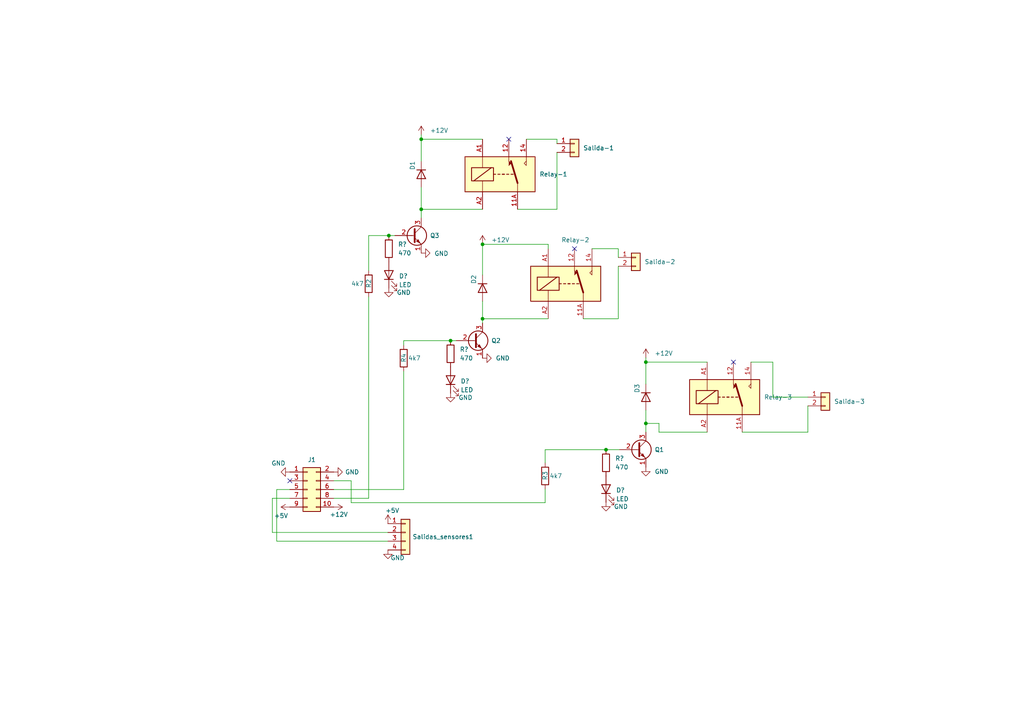
<source format=kicad_sch>
(kicad_sch (version 20211123) (generator eeschema)
  (paper "A4")
  (lib_symbols
    (symbol "Connector_Generic:Conn_01x02" (pin_names (offset 1.016) hide)
      (property "Reference" "J" (at 0 2.54 0))
      (property "Value" "Conn_01x02" (at 0 -5.08 0))
      (symbol "Conn_01x02_1_1"
        (rectangle (start -1.27 -2.413) (end 0 -2.667) (stroke (width 0.1524)))
        (rectangle (start -1.27 0.127) (end 0 -0.127) (stroke (width 0.1524)))
        (rectangle (start -1.27 1.27) (end 1.27 -3.81) (stroke (width 0.254)) (fill (type background)))
        (pin passive line (at -5.08 0 0) (length 3.81) (name "Pin_1") (number "1"))
        (pin passive line (at -5.08 -2.54 0) (length 3.81) (name "Pin_2") (number "2"))
      )
    )
    (symbol "Connector_Generic:Conn_01x04" (pin_names (offset 1.016) hide)
      (property "Reference" "J" (at 0 5.08 0))
      (property "Value" "Conn_01x04" (at 0 -7.62 0))
      (symbol "Conn_01x04_1_1"
        (rectangle (start -1.27 -4.953) (end 0 -5.207) (stroke (width 0.1524)))
        (rectangle (start -1.27 -2.413) (end 0 -2.667) (stroke (width 0.1524)))
        (rectangle (start -1.27 0.127) (end 0 -0.127) (stroke (width 0.1524)))
        (rectangle (start -1.27 2.667) (end 0 2.413) (stroke (width 0.1524)))
        (rectangle (start -1.27 3.81) (end 1.27 -6.35) (stroke (width 0.254)) (fill (type background)))
        (pin passive line (at -5.08 2.54 0) (length 3.81) (name "Pin_1") (number "1"))
        (pin passive line (at -5.08 0 0) (length 3.81) (name "Pin_2") (number "2"))
        (pin passive line (at -5.08 -2.54 0) (length 3.81) (name "Pin_3") (number "3"))
        (pin passive line (at -5.08 -5.08 0) (length 3.81) (name "Pin_4") (number "4"))
      )
    )
    (symbol "Connector_Generic:Conn_02x05_Odd_Even" (pin_names (offset 1.016) hide)
      (property "Reference" "J" (at 1.27 7.62 0))
      (property "Value" "Conn_02x05_Odd_Even" (at 1.27 -7.62 0))
      (symbol "Conn_02x05_Odd_Even_1_1"
        (rectangle (start -1.27 -4.953) (end 0 -5.207) (stroke (width 0.1524)))
        (rectangle (start -1.27 -2.413) (end 0 -2.667) (stroke (width 0.1524)))
        (rectangle (start -1.27 0.127) (end 0 -0.127) (stroke (width 0.1524)))
        (rectangle (start -1.27 2.667) (end 0 2.413) (stroke (width 0.1524)))
        (rectangle (start -1.27 5.207) (end 0 4.953) (stroke (width 0.1524)))
        (rectangle (start -1.27 6.35) (end 3.81 -6.35) (stroke (width 0.254)) (fill (type background)))
        (rectangle (start 3.81 -4.953) (end 2.54 -5.207) (stroke (width 0.1524)))
        (rectangle (start 3.81 -2.413) (end 2.54 -2.667) (stroke (width 0.1524)))
        (rectangle (start 3.81 0.127) (end 2.54 -0.127) (stroke (width 0.1524)))
        (rectangle (start 3.81 2.667) (end 2.54 2.413) (stroke (width 0.1524)))
        (rectangle (start 3.81 5.207) (end 2.54 4.953) (stroke (width 0.1524)))
        (pin passive line (at -5.08 5.08 0) (length 3.81) (name "Pin_1") (number "1"))
        (pin passive line (at 7.62 -5.08 180) (length 3.81) (name "Pin_10") (number "10"))
        (pin passive line (at 7.62 5.08 180) (length 3.81) (name "Pin_2") (number "2"))
        (pin passive line (at -5.08 2.54 0) (length 3.81) (name "Pin_3") (number "3"))
        (pin passive line (at 7.62 2.54 180) (length 3.81) (name "Pin_4") (number "4"))
        (pin passive line (at -5.08 0 0) (length 3.81) (name "Pin_5") (number "5"))
        (pin passive line (at 7.62 0 180) (length 3.81) (name "Pin_6") (number "6"))
        (pin passive line (at -5.08 -2.54 0) (length 3.81) (name "Pin_7") (number "7"))
        (pin passive line (at 7.62 -2.54 180) (length 3.81) (name "Pin_8") (number "8"))
        (pin passive line (at -5.08 -5.08 0) (length 3.81) (name "Pin_9") (number "9"))
      )
    )
    (symbol "Device:LED" (pin_numbers hide) (pin_names (offset 1.016) hide)
      (property "Reference" "D" (at 0 2.54 0))
      (property "Value" "LED" (at 0 -2.54 0))
      (symbol "LED_0_1"
        (polyline (pts (xy -1.27 -1.27) (xy -1.27 1.27)) (stroke (width 0.254)))
        (polyline (pts (xy -1.27 0) (xy 1.27 0)))
        (polyline (pts (xy 1.27 -1.27) (xy 1.27 1.27) (xy -1.27 0) (xy 1.27 -1.27)) (stroke (width 0.254)))
        (polyline (pts (xy -3.048 -0.762) (xy -4.572 -2.286) (xy -3.81 -2.286) (xy -4.572 -2.286) (xy -4.572 -1.524)))
        (polyline (pts (xy -1.778 -0.762) (xy -3.302 -2.286) (xy -2.54 -2.286) (xy -3.302 -2.286) (xy -3.302 -1.524)))
      )
      (symbol "LED_1_1"
        (pin passive line (at -3.81 0 0) (length 2.54) (name "K") (number "1"))
        (pin passive line (at 3.81 0 180) (length 2.54) (name "A") (number "2"))
      )
    )
    (symbol "Device:R" (pin_numbers hide) (pin_names (offset 0))
      (property "Reference" "R" (at 2.032 0 90))
      (property "Value" "R" (at 0 0 90))
      (symbol "R_0_1"
        (rectangle (start -1.016 -2.54) (end 1.016 2.54) (stroke (width 0.254)))
      )
      (symbol "R_1_1"
        (pin passive line (at 0 3.81 270) (length 1.27) (name "~") (number "1"))
        (pin passive line (at 0 -3.81 90) (length 1.27) (name "~") (number "2"))
      )
    )
    (symbol "Diode:1N4007" (pin_numbers hide) (pin_names (offset 1.016) hide)
      (property "Reference" "D" (at 0 2.54 0))
      (property "Value" "1N4007" (at 0 -2.54 0))
      (symbol "1N4007_0_1"
        (polyline (pts (xy -1.27 1.27) (xy -1.27 -1.27)) (stroke (width 0.254)))
        (polyline (pts (xy 1.27 0) (xy -1.27 0)))
        (polyline (pts (xy 1.27 1.27) (xy 1.27 -1.27) (xy -1.27 0) (xy 1.27 1.27)) (stroke (width 0.254)))
      )
      (symbol "1N4007_1_1"
        (pin passive line (at -3.81 0 0) (length 2.54) (name "K") (number "1"))
        (pin passive line (at 3.81 0 180) (length 2.54) (name "A") (number "2"))
      )
    )
    (symbol "Relay:RAYEX-L90"
      (property "Reference" "K" (at 11.43 3.81 0))
      (property "Value" "RAYEX-L90" (at 11.43 1.27 0))
      (symbol "RAYEX-L90_1_0"
        (polyline (pts (xy 2.54 3.81) (xy 2.54 5.08)))
        (polyline (pts (xy 7.62 3.81) (xy 7.62 5.08)))
        (polyline (pts (xy 7.62 3.81) (xy 7.62 2.54) (xy 6.985 3.175) (xy 7.62 3.81)))
      )
      (symbol "RAYEX-L90_1_1"
        (rectangle (start -10.16 5.08) (end 10.16 -5.08) (stroke (width 0.254)) (fill (type background)))
        (rectangle (start -8.255 1.905) (end -1.905 -1.905) (stroke (width 0.254)))
        (polyline (pts (xy -7.62 -1.905) (xy -2.54 1.905)) (stroke (width 0.254)))
        (polyline (pts (xy -5.08 -5.08) (xy -5.08 -1.905)))
        (polyline (pts (xy -5.08 5.08) (xy -5.08 1.905)))
        (polyline (pts (xy -1.905 0) (xy -1.27 0)) (stroke (width 0.254)))
        (polyline (pts (xy -0.635 0) (xy 0 0)) (stroke (width 0.254)))
        (polyline (pts (xy 0.635 0) (xy 1.27 0)) (stroke (width 0.254)))
        (polyline (pts (xy 0.635 0) (xy 1.27 0)) (stroke (width 0.254)))
        (polyline (pts (xy 1.905 0) (xy 2.54 0)) (stroke (width 0.254)))
        (polyline (pts (xy 3.175 0) (xy 3.81 0)) (stroke (width 0.254)))
        (polyline (pts (xy 5.08 -2.54) (xy 3.175 3.81)) (stroke (width 0.508)))
        (polyline (pts (xy 5.08 -2.54) (xy 5.08 -5.08)))
        (polyline (pts (xy 2.54 2.54) (xy 3.175 3.175) (xy 2.54 3.81)) (fill (type outline)))
        (pin passive line (at 5.08 -10.16 90) (length 5.08) (name "~") (number "11A"))
        (pin passive line (at 5.08 -10.16 90) (length 5.08) hide (name "~") (number "11B"))
        (pin passive line (at 2.54 10.16 270) (length 5.08) (name "~") (number "12"))
        (pin passive line (at 7.62 10.16 270) (length 5.08) (name "~") (number "14"))
        (pin passive line (at -5.08 10.16 270) (length 5.08) (name "~") (number "A1"))
        (pin passive line (at -5.08 -10.16 90) (length 5.08) (name "~") (number "A2"))
      )
    )
    (symbol "Transistor_BJT:PN2222A" (pin_names (offset 0) hide)
      (property "Reference" "Q" (at 5.08 1.905 0))
      (property "Value" "PN2222A" (at 5.08 0 0))
      (symbol "PN2222A_0_1"
        (polyline (pts (xy 0 0) (xy 0.635 0)))
        (polyline (pts (xy 2.54 -2.54) (xy 0.635 -0.635)))
        (polyline (pts (xy 2.54 2.54) (xy 0.635 0.635)))
        (polyline (pts (xy 0.635 1.905) (xy 0.635 -1.905) (xy 0.635 -1.905)) (stroke (width 0.508)))
        (polyline (pts (xy 2.413 -2.413) (xy 1.905 -1.905) (xy 1.905 -1.905)))
        (polyline (pts (xy 1.143 -1.651) (xy 1.651 -1.143) (xy 2.159 -2.159) (xy 1.143 -1.651) (xy 1.143 -1.651)) (fill (type outline)))
        (circle (center 1.27 0) (radius 2.8194) (stroke (width 0.254)))
      )
      (symbol "PN2222A_1_1"
        (pin passive line (at 2.54 -5.08 90) (length 2.54) (name "E") (number "1"))
        (pin input line (at -5.08 0 0) (length 5.08) (name "B") (number "2"))
        (pin passive line (at 2.54 5.08 270) (length 2.54) (name "C") (number "3"))
      )
    )
    (symbol "power:+12V" (power) (pin_names (offset 0))
      (property "Value" "+12V" (at 0 3.556 0))
      (symbol "+12V_0_1"
        (polyline (pts (xy -0.762 1.27) (xy 0 2.54)))
        (polyline (pts (xy 0 0) (xy 0 2.54)))
        (polyline (pts (xy 0 2.54) (xy 0.762 1.27)))
      )
      (symbol "+12V_1_1"
        (pin power_in line (at 0 0 90) (length 0) hide (name "+12V") (number "1"))
      )
    )
    (symbol "power:+5V" (power) (pin_names (offset 0))
      (property "Value" "+5V" (at 0 3.556 0))
      (symbol "+5V_0_1"
        (polyline (pts (xy -0.762 1.27) (xy 0 2.54)))
        (polyline (pts (xy 0 0) (xy 0 2.54)))
        (polyline (pts (xy 0 2.54) (xy 0.762 1.27)))
      )
      (symbol "+5V_1_1"
        (pin power_in line (at 0 0 90) (length 0) hide (name "+5V") (number "1"))
      )
    )
    (symbol "power:GND" (power) (pin_names (offset 0))
      (property "Value" "GND" (at 0 -3.81 0))
      (symbol "GND_0_1"
        (polyline (pts (xy 0 0) (xy 0 -1.27) (xy 1.27 -1.27) (xy 0 -2.54) (xy -1.27 -1.27) (xy 0 -1.27)))
      )
      (symbol "GND_1_1"
        (pin power_in line (at 0 0 270) (length 0) hide (name "GND") (number "1"))
      )
    )
  )
  (junction (at 112.776 68.326))
  (junction (at 122.174 60.706))
  (junction (at 175.768 130.429))
  (junction (at 187.325 105.029))
  (junction (at 139.954 70.866))
  (junction (at 187.325 122.809))
  (junction (at 122.174 40.386))
  (junction (at 139.954 92.456))
  (junction (at 130.683 98.806))
  (no_connect (at 84.074 139.446))
  (no_connect (at 147.574 40.386))
  (no_connect (at 166.624 72.136))
  (no_connect (at 212.725 105.029))
  (wire (pts (xy 122.174 40.386) (xy 122.174 39.116)))
  (wire (pts (xy 139.954 70.866) (xy 159.004 70.866)))
  (wire (pts (xy 152.654 40.386) (xy 161.544 40.386)))
  (wire (pts (xy 217.805 105.029) (xy 224.155 105.029)))
  (wire (pts (xy 139.954 87.376) (xy 139.954 92.456)))
  (wire (pts (xy 117.094 107.696) (xy 117.094 141.986)))
  (wire (pts (xy 106.934 86.106) (xy 106.934 144.526)))
  (wire (pts (xy 78.994 154.432) (xy 112.522 154.432)))
  (wire (pts (xy 187.325 122.809) (xy 187.325 125.349)))
  (wire (pts (xy 80.264 156.972) (xy 112.522 156.972)))
  (wire (pts (xy 187.325 105.029) (xy 187.325 111.379)))
  (wire (pts (xy 191.135 125.349) (xy 191.135 122.809)))
  (wire (pts (xy 171.704 72.136) (xy 179.324 72.136)))
  (wire (pts (xy 139.954 70.866) (xy 139.954 79.756)))
  (wire (pts (xy 122.174 54.356) (xy 122.174 60.706)))
  (wire (pts (xy 139.954 92.456) (xy 139.954 93.726)))
  (wire (pts (xy 139.954 92.456) (xy 159.004 92.456)))
  (wire (pts (xy 175.768 130.429) (xy 179.705 130.429)))
  (wire (pts (xy 80.264 141.986) (xy 84.074 141.986)))
  (wire (pts (xy 158.115 130.429) (xy 175.768 130.429)))
  (wire (pts (xy 106.934 68.326) (xy 106.934 78.486)))
  (wire (pts (xy 158.115 141.859) (xy 158.115 145.796)))
  (wire (pts (xy 150.114 60.706) (xy 161.544 60.706)))
  (wire (pts (xy 187.325 105.029) (xy 187.325 103.759)))
  (wire (pts (xy 191.135 122.809) (xy 187.325 122.809)))
  (wire (pts (xy 122.174 60.706) (xy 122.174 63.246)))
  (wire (pts (xy 117.094 98.806) (xy 130.683 98.806)))
  (wire (pts (xy 101.854 145.796) (xy 158.115 145.796)))
  (wire (pts (xy 191.135 125.349) (xy 205.105 125.349)))
  (wire (pts (xy 130.683 98.806) (xy 132.334 98.806)))
  (wire (pts (xy 96.774 139.446) (xy 101.854 139.446)))
  (wire (pts (xy 215.265 125.349) (xy 234.315 125.349)))
  (wire (pts (xy 117.094 141.986) (xy 96.774 141.986)))
  (wire (pts (xy 122.174 40.386) (xy 122.174 46.736)))
  (wire (pts (xy 122.174 60.706) (xy 139.954 60.706)))
  (wire (pts (xy 139.954 40.386) (xy 122.174 40.386)))
  (wire (pts (xy 187.325 105.029) (xy 205.105 105.029)))
  (wire (pts (xy 112.776 68.326) (xy 114.554 68.326)))
  (wire (pts (xy 80.264 141.986) (xy 80.264 156.972)))
  (wire (pts (xy 106.934 144.526) (xy 96.774 144.526)))
  (wire (pts (xy 117.094 98.806) (xy 117.094 100.076)))
  (wire (pts (xy 179.324 92.456) (xy 169.164 92.456)))
  (wire (pts (xy 161.544 40.386) (xy 161.544 41.656)))
  (wire (pts (xy 224.155 115.189) (xy 234.315 115.189)))
  (wire (pts (xy 106.934 68.326) (xy 112.776 68.326)))
  (wire (pts (xy 187.325 118.999) (xy 187.325 122.809)))
  (wire (pts (xy 161.544 60.706) (xy 161.544 44.196)))
  (wire (pts (xy 179.324 77.216) (xy 179.324 92.456)))
  (wire (pts (xy 159.004 70.866) (xy 159.004 72.136)))
  (wire (pts (xy 158.115 130.429) (xy 158.115 134.239)))
  (wire (pts (xy 224.155 105.029) (xy 224.155 115.189)))
  (wire (pts (xy 78.994 154.432) (xy 78.994 144.526)))
  (wire (pts (xy 78.994 144.526) (xy 84.074 144.526)))
  (wire (pts (xy 101.854 139.446) (xy 101.854 145.796)))
  (wire (pts (xy 179.324 72.136) (xy 179.324 74.676)))
  (wire (pts (xy 234.315 125.349) (xy 234.315 117.729)))
  (symbol (lib_id "Diode:1N4007") (at 122.174 50.546 270) (unit 1)
    (property "Reference" "D1" (at 119.634 48.006 0))
    (property "Value" "1N4007" (effects hide))
    (property "Footprint" "Diode_THT:D_DO-41_SOD81_P10.16mm_Horizontal" (effects hide))
    (property "Datasheet" "http://www.vishay.com/docs/88503/1n4001.pdf" (effects hide))
  )
  (symbol (lib_id "power:GND") (at 122.174 73.406 90) (unit 1)
    (property "Reference" "#PWR06" (effects hide))
    (property "Value" "GND" (at 125.984 73.5329 90) (effects (justify right)))
  )
  (symbol (lib_id "Relay:RAYEX-L90") (at 145.034 50.546 0) (unit 1)
    (property "Reference" "Relay-1" (at 156.464 50.5459 0) (effects (justify left)))
    (property "Value" "RAYEX-L90" (effects hide))
    (property "Footprint" "Relay_THT:Relay_SPDT_RAYEX-L90" (effects hide))
    (property "Datasheet" "https://a3.sofastcdn.com/attachment/7jioKBjnRiiSrjrjknRiwS77gwbf3zmp/L90-SERIES.pdf" (effects hide))
  )
  (symbol (lib_id "Connector_Generic:Conn_01x02") (at 239.395 115.189 0) (unit 1)
    (property "Reference" "Salida-3" (at 241.935 116.4589 0) (effects (justify left)))
    (property "Value" "Conn_01x02" (effects hide))
    (property "Footprint" "TerminalBlock:TerminalBlock_bornier-2_P5.08mm" (effects hide))
  )
  (symbol (lib_id "power:+5V") (at 84.074 147.066 90) (unit 1)
    (property "Reference" "#PWR0102" (effects hide))
    (property "Value" "+5V" (at 81.534 149.606 90))
  )
  (symbol (lib_id "Diode:1N4007") (at 187.325 115.189 270) (unit 1)
    (property "Reference" "D3" (at 184.785 112.649 0))
    (property "Value" "1N4007" (effects hide))
    (property "Footprint" "Diode_THT:D_DO-41_SOD81_P10.16mm_Horizontal" (effects hide))
    (property "Datasheet" "http://www.vishay.com/docs/88503/1n4001.pdf" (effects hide))
  )
  (symbol (lib_id "Connector_Generic:Conn_01x02") (at 166.624 41.656 0) (unit 1)
    (property "Reference" "Salida-1" (at 169.164 42.9259 0) (effects (justify left)))
    (property "Value" "Conn_01x02" (effects hide))
    (property "Footprint" "TerminalBlock:TerminalBlock_bornier-2_P5.08mm" (effects hide))
  )
  (symbol (lib_id "power:+12V") (at 139.954 70.866 0) (unit 1)
    (property "Reference" "#PWR010" (effects hide))
    (property "Value" "+12V" (at 142.494 69.5959 0) (effects (justify left)))
  )
  (symbol (lib_id "power:+12V") (at 122.174 39.116 0) (unit 1)
    (property "Reference" "#PWR09" (effects hide))
    (property "Value" "+12V" (at 124.714 37.8459 0) (effects (justify left)))
  )
  (symbol (lib_id "Connector_Generic:Conn_02x05_Odd_Even") (at 89.154 141.986 0) (unit 1)
    (property "Reference" "J1" (at 90.424 133.35 0))
    (property "Value" "Conn_02x05_Odd_Even" (effects hide))
    (property "Footprint" "Connector_IDC:IDC-Header_2x05_P2.54mm_Vertical" (effects hide))
  )
  (symbol (lib_id "Device:R") (at 158.115 138.049 0) (unit 1)
    (property "Reference" "R3" (at 158.115 139.319 90) (effects (justify left)))
    (property "Value" "4k7" (at 159.385 138.049 0) (effects (justify left)))
    (property "Footprint" "Resistor_THT:R_Axial_DIN0204_L3.6mm_D1.6mm_P7.62mm_Horizontal" (effects hide))
  )
  (symbol (lib_id "Device:R") (at 112.776 72.136 0) (unit 1)
    (property "Reference" "R?" (at 115.443 70.8659 0) (effects (justify left)))
    (property "Value" "470" (at 115.443 73.4059 0) (effects (justify left)))
    (property "Footprint" "Resistor_THT:R_Axial_DIN0204_L3.6mm_D1.6mm_P5.08mm_Horizontal" (effects hide))
  )
  (symbol (lib_id "power:GND") (at 84.074 136.906 270) (unit 1)
    (property "Reference" "#PWR0107" (effects hide))
    (property "Value" "GND" (at 82.804 134.366 90) (effects (justify right)))
  )
  (symbol (lib_id "Connector_Generic:Conn_01x02") (at 184.404 74.676 0) (unit 1)
    (property "Reference" "Salida-2" (at 186.944 75.9459 0) (effects (justify left)))
    (property "Value" "Conn_01x02" (effects hide))
    (property "Footprint" "TerminalBlock:TerminalBlock_bornier-2_P5.08mm" (effects hide))
  )
  (symbol (lib_id "power:GND") (at 175.768 145.669 0) (unit 1)
    (property "Reference" "#PWR?" (effects hide))
    (property "Value" "GND" (at 178.054 146.9389 0) (effects (justify left)))
  )
  (symbol (lib_id "Relay:RAYEX-L90") (at 164.084 82.296 0) (unit 1)
    (property "Reference" "Relay-2" (at 162.814 69.596 0) (effects (justify left)))
    (property "Value" "RAYEX-L90" (effects hide))
    (property "Footprint" "Relay_THT:Relay_SPDT_RAYEX-L90" (effects hide))
    (property "Datasheet" "https://a3.sofastcdn.com/attachment/7jioKBjnRiiSrjrjknRiwS77gwbf3zmp/L90-SERIES.pdf" (effects hide))
  )
  (symbol (lib_id "Device:R") (at 106.934 82.296 0) (unit 1)
    (property "Reference" "R2" (at 106.934 83.566 90) (effects (justify left)))
    (property "Value" "4k7" (at 101.854 82.296 0) (effects (justify left)))
    (property "Footprint" "Resistor_THT:R_Axial_DIN0204_L3.6mm_D1.6mm_P7.62mm_Horizontal" (effects hide))
  )
  (symbol (lib_id "power:+5V") (at 112.522 151.892 0) (unit 1)
    (property "Reference" "#PWR0108" (effects hide))
    (property "Value" "+5V" (at 113.792 148.082 0))
  )
  (symbol (lib_id "Transistor_BJT:PN2222A") (at 184.785 130.429 0) (unit 1)
    (property "Reference" "Q1" (at 189.865 130.4289 0) (effects (justify left)))
    (property "Value" "PN2222A" (effects hide))
    (property "Footprint" "Package_TO_SOT_THT:TO-92_Inline" (effects hide))
    (property "Datasheet" "https://www.onsemi.com/pub/Collateral/PN2222-D.PDF" (effects hide))
  )
  (symbol (lib_id "power:GND") (at 112.776 83.566 0) (unit 1)
    (property "Reference" "#PWR?" (effects hide))
    (property "Value" "GND" (at 115.062 84.8359 0) (effects (justify left)))
  )
  (symbol (lib_id "Relay:RAYEX-L90") (at 210.185 115.189 0) (unit 1)
    (property "Reference" "Relay-3" (at 221.615 115.1889 0) (effects (justify left)))
    (property "Value" "RAYEX-L90" (effects hide))
    (property "Footprint" "Relay_THT:Relay_SPDT_RAYEX-L90" (effects hide))
    (property "Datasheet" "https://a3.sofastcdn.com/attachment/7jioKBjnRiiSrjrjknRiwS77gwbf3zmp/L90-SERIES.pdf" (effects hide))
  )
  (symbol (lib_id "Device:R") (at 175.768 134.239 0) (unit 1)
    (property "Reference" "R?" (at 178.435 132.9689 0) (effects (justify left)))
    (property "Value" "470" (at 178.435 135.5089 0) (effects (justify left)))
    (property "Footprint" "Resistor_THT:R_Axial_DIN0204_L3.6mm_D1.6mm_P5.08mm_Horizontal" (effects hide))
  )
  (symbol (lib_id "Device:R") (at 117.094 103.886 0) (unit 1)
    (property "Reference" "R4" (at 117.094 105.156 90) (effects (justify left)))
    (property "Value" "4k7" (at 118.364 103.886 0) (effects (justify left)))
    (property "Footprint" "Resistor_THT:R_Axial_DIN0204_L3.6mm_D1.6mm_P7.62mm_Horizontal" (effects hide))
  )
  (symbol (lib_id "Device:LED") (at 175.768 141.859 90) (unit 1)
    (property "Reference" "D?" (at 178.689 142.1764 90) (effects (justify right)))
    (property "Value" "LED" (at 178.689 144.7164 90) (effects (justify right)))
    (property "Footprint" "LED_THT:LED_D5.0mm" (effects hide))
  )
  (symbol (lib_id "power:GND") (at 112.522 159.512 0) (unit 1)
    (property "Reference" "#PWR0112" (effects hide))
    (property "Value" "GND" (at 117.348 161.798 0) (effects (justify right)))
  )
  (symbol (lib_id "Connector_Generic:Conn_01x04") (at 117.602 154.432 0) (unit 1)
    (property "Reference" "Salidas_sensores1" (at 119.634 155.7019 0) (effects (justify left)))
    (property "Value" "Conn_01x04" (effects hide))
    (property "Footprint" "TerminalBlock:TerminalBlock_bornier-4_P5.08mm" (effects hide))
  )
  (symbol (lib_id "Device:R") (at 130.683 102.616 0) (unit 1)
    (property "Reference" "R?" (at 133.35 101.3459 0) (effects (justify left)))
    (property "Value" "470" (at 133.35 103.8859 0) (effects (justify left)))
    (property "Footprint" "Resistor_THT:R_Axial_DIN0204_L3.6mm_D1.6mm_P5.08mm_Horizontal" (effects hide))
  )
  (symbol (lib_id "power:GND") (at 96.774 136.906 90) (unit 1)
    (property "Reference" "#PWR0128" (effects hide))
    (property "Value" "GND" (at 100.076 136.906 90) (effects (justify right)))
  )
  (symbol (lib_id "Diode:1N4007") (at 139.954 83.566 270) (unit 1)
    (property "Reference" "D2" (at 137.414 81.026 0))
    (property "Value" "1N4007" (effects hide))
    (property "Footprint" "Diode_THT:D_DO-41_SOD81_P10.16mm_Horizontal" (effects hide))
    (property "Datasheet" "http://www.vishay.com/docs/88503/1n4001.pdf" (effects hide))
  )
  (symbol (lib_id "power:+12V") (at 187.325 103.759 0) (unit 1)
    (property "Reference" "#PWR011" (effects hide))
    (property "Value" "+12V" (at 189.865 102.4889 0) (effects (justify left)))
  )
  (symbol (lib_id "power:GND") (at 139.954 103.886 90) (unit 1)
    (property "Reference" "#PWR07" (effects hide))
    (property "Value" "GND" (at 143.764 103.8859 90) (effects (justify right)))
  )
  (symbol (lib_id "Device:LED") (at 112.776 79.756 90) (unit 1)
    (property "Reference" "D?" (at 115.697 80.0734 90) (effects (justify right)))
    (property "Value" "LED" (at 115.697 82.6134 90) (effects (justify right)))
    (property "Footprint" "LED_THT:LED_D5.0mm" (effects hide))
  )
  (symbol (lib_id "power:GND") (at 130.683 114.046 0) (unit 1)
    (property "Reference" "#PWR?" (effects hide))
    (property "Value" "GND" (at 132.969 115.3159 0) (effects (justify left)))
  )
  (symbol (lib_id "Transistor_BJT:PN2222A") (at 137.414 98.806 0) (unit 1)
    (property "Reference" "Q2" (at 142.494 98.8059 0) (effects (justify left)))
    (property "Value" "PN2222A" (effects hide))
    (property "Footprint" "Package_TO_SOT_THT:TO-92_Inline" (effects hide))
    (property "Datasheet" "https://www.onsemi.com/pub/Collateral/PN2222-D.PDF" (effects hide))
  )
  (symbol (lib_id "power:+12V") (at 96.774 147.066 270) (unit 1)
    (property "Reference" "#PWR0129" (effects hide))
    (property "Value" "+12V" (at 95.631 149.225 90) (effects (justify left)))
  )
  (symbol (lib_id "power:GND") (at 187.325 135.509 0) (unit 1)
    (property "Reference" "#PWR0140" (effects hide))
    (property "Value" "GND" (at 189.865 136.7789 0) (effects (justify left)))
  )
  (symbol (lib_id "Transistor_BJT:PN2222A") (at 119.634 68.326 0) (unit 1)
    (property "Reference" "Q3" (at 124.714 68.3259 0) (effects (justify left)))
    (property "Value" "PN2222A" (effects hide))
    (property "Footprint" "Package_TO_SOT_THT:TO-92_Inline" (effects hide))
    (property "Datasheet" "https://www.onsemi.com/pub/Collateral/PN2222-D.PDF" (effects hide))
  )
  (symbol (lib_id "Device:LED") (at 130.683 110.236 90) (unit 1)
    (property "Reference" "D?" (at 133.604 110.5534 90) (effects (justify right)))
    (property "Value" "LED" (at 133.604 113.0934 90) (effects (justify right)))
    (property "Footprint" "LED_THT:LED_D5.0mm" (effects hide))
  )
)
</source>
